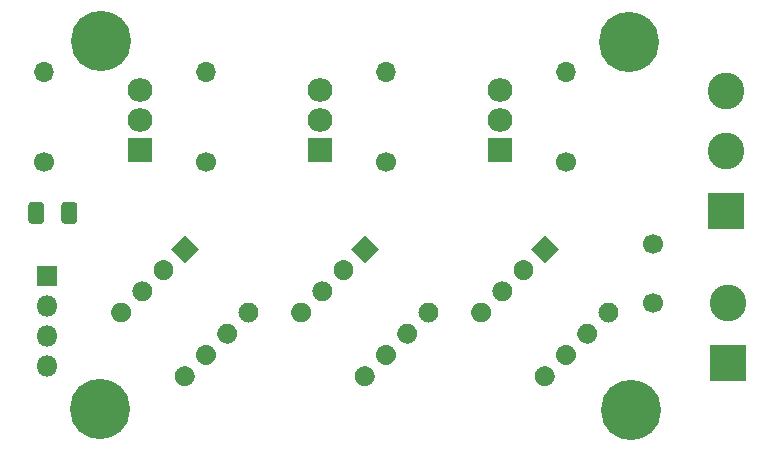
<source format=gbr>
%TF.GenerationSoftware,KiCad,Pcbnew,5.1.6-c6e7f7d~87~ubuntu18.04.1*%
%TF.CreationDate,2021-06-08T22:03:35+01:00*%
%TF.ProjectId,hp_led_driver,68705f6c-6564-45f6-9472-697665722e6b,rev?*%
%TF.SameCoordinates,Original*%
%TF.FileFunction,Soldermask,Top*%
%TF.FilePolarity,Negative*%
%FSLAX46Y46*%
G04 Gerber Fmt 4.6, Leading zero omitted, Abs format (unit mm)*
G04 Created by KiCad (PCBNEW 5.1.6-c6e7f7d~87~ubuntu18.04.1) date 2021-06-08 22:03:35*
%MOMM*%
%LPD*%
G01*
G04 APERTURE LIST*
%ADD10C,1.700000*%
%ADD11C,0.100000*%
%ADD12O,1.700000X1.700000*%
%ADD13R,3.100000X3.100000*%
%ADD14C,3.100000*%
%ADD15R,1.800000X1.800000*%
%ADD16O,1.800000X1.800000*%
%ADD17R,2.100000X2.005000*%
%ADD18O,2.100000X2.005000*%
%ADD19C,5.100000*%
G04 APERTURE END LIST*
D10*
%TO.C,C1*%
X199390000Y-96774000D03*
X199390000Y-91774000D03*
%TD*%
%TO.C,U2*%
G36*
G01*
X179793113Y-96989113D02*
X179793113Y-96989113D01*
G75*
G02*
X180995195Y-96989113I601041J-601041D01*
G01*
X180995195Y-96989113D01*
G75*
G02*
X180995195Y-98191195I-601041J-601041D01*
G01*
X180995195Y-98191195D01*
G75*
G02*
X179793113Y-98191195I-601041J601041D01*
G01*
X179793113Y-98191195D01*
G75*
G02*
X179793113Y-96989113I601041J601041D01*
G01*
G37*
G36*
G01*
X169016805Y-96989113D02*
X169016805Y-96989113D01*
G75*
G02*
X170218887Y-96989113I601041J-601041D01*
G01*
X170218887Y-96989113D01*
G75*
G02*
X170218887Y-98191195I-601041J-601041D01*
G01*
X170218887Y-98191195D01*
G75*
G02*
X169016805Y-98191195I-601041J601041D01*
G01*
X169016805Y-98191195D01*
G75*
G02*
X169016805Y-96989113I601041J601041D01*
G01*
G37*
G36*
G01*
X177997061Y-98785164D02*
X177997061Y-98785164D01*
G75*
G02*
X179199143Y-98785164I601041J-601041D01*
G01*
X179199143Y-98785164D01*
G75*
G02*
X179199143Y-99987246I-601041J-601041D01*
G01*
X179199143Y-99987246D01*
G75*
G02*
X177997061Y-99987246I-601041J601041D01*
G01*
X177997061Y-99987246D01*
G75*
G02*
X177997061Y-98785164I601041J601041D01*
G01*
G37*
G36*
G01*
X170812857Y-95193061D02*
X170812857Y-95193061D01*
G75*
G02*
X172014939Y-95193061I601041J-601041D01*
G01*
X172014939Y-95193061D01*
G75*
G02*
X172014939Y-96395143I-601041J-601041D01*
G01*
X172014939Y-96395143D01*
G75*
G02*
X170812857Y-96395143I-601041J601041D01*
G01*
X170812857Y-96395143D01*
G75*
G02*
X170812857Y-95193061I601041J601041D01*
G01*
G37*
G36*
G01*
X176201010Y-100581215D02*
X176201010Y-100581215D01*
G75*
G02*
X177403092Y-100581215I601041J-601041D01*
G01*
X177403092Y-100581215D01*
G75*
G02*
X177403092Y-101783297I-601041J-601041D01*
G01*
X177403092Y-101783297D01*
G75*
G02*
X176201010Y-101783297I-601041J601041D01*
G01*
X176201010Y-101783297D01*
G75*
G02*
X176201010Y-100581215I601041J601041D01*
G01*
G37*
G36*
G01*
X172608908Y-93397010D02*
X172608908Y-93397010D01*
G75*
G02*
X173810990Y-93397010I601041J-601041D01*
G01*
X173810990Y-93397010D01*
G75*
G02*
X173810990Y-94599092I-601041J-601041D01*
G01*
X173810990Y-94599092D01*
G75*
G02*
X172608908Y-94599092I-601041J601041D01*
G01*
X172608908Y-94599092D01*
G75*
G02*
X172608908Y-93397010I601041J601041D01*
G01*
G37*
G36*
G01*
X174404959Y-102377266D02*
X174404959Y-102377266D01*
G75*
G02*
X175607041Y-102377266I601041J-601041D01*
G01*
X175607041Y-102377266D01*
G75*
G02*
X175607041Y-103579348I-601041J-601041D01*
G01*
X175607041Y-103579348D01*
G75*
G02*
X174404959Y-103579348I-601041J601041D01*
G01*
X174404959Y-103579348D01*
G75*
G02*
X174404959Y-102377266I601041J601041D01*
G01*
G37*
D11*
G36*
X173803918Y-92202000D02*
G01*
X175006000Y-90999918D01*
X176208082Y-92202000D01*
X175006000Y-93404082D01*
X173803918Y-92202000D01*
G37*
%TD*%
D12*
%TO.C,R3*%
X161544000Y-77216000D03*
D10*
X161544000Y-84836000D03*
%TD*%
D12*
%TO.C,R2*%
X176784000Y-77216000D03*
D10*
X176784000Y-84836000D03*
%TD*%
D12*
%TO.C,R1*%
X192024000Y-77216000D03*
D10*
X192024000Y-84836000D03*
%TD*%
D13*
%TO.C,J1*%
X205613000Y-88963500D03*
D14*
X205613000Y-83883500D03*
X205613000Y-78803500D03*
%TD*%
D15*
%TO.C,J2*%
X148082000Y-94488000D03*
D16*
X148082000Y-97028000D03*
X148082000Y-99568000D03*
X148082000Y-102108000D03*
%TD*%
D13*
%TO.C,J3*%
X205740000Y-101854000D03*
D14*
X205740000Y-96774000D03*
%TD*%
D17*
%TO.C,Q1*%
X186436000Y-83820000D03*
D18*
X186436000Y-81280000D03*
X186436000Y-78740000D03*
%TD*%
%TO.C,Q2*%
X171196000Y-78740000D03*
X171196000Y-81280000D03*
D17*
X171196000Y-83820000D03*
%TD*%
%TO.C,Q3*%
X155956000Y-83820000D03*
D18*
X155956000Y-81280000D03*
X155956000Y-78740000D03*
%TD*%
D11*
%TO.C,U1*%
G36*
X189043918Y-92202000D02*
G01*
X190246000Y-90999918D01*
X191448082Y-92202000D01*
X190246000Y-93404082D01*
X189043918Y-92202000D01*
G37*
G36*
G01*
X189644959Y-102377266D02*
X189644959Y-102377266D01*
G75*
G02*
X190847041Y-102377266I601041J-601041D01*
G01*
X190847041Y-102377266D01*
G75*
G02*
X190847041Y-103579348I-601041J-601041D01*
G01*
X190847041Y-103579348D01*
G75*
G02*
X189644959Y-103579348I-601041J601041D01*
G01*
X189644959Y-103579348D01*
G75*
G02*
X189644959Y-102377266I601041J601041D01*
G01*
G37*
G36*
G01*
X187848908Y-93397010D02*
X187848908Y-93397010D01*
G75*
G02*
X189050990Y-93397010I601041J-601041D01*
G01*
X189050990Y-93397010D01*
G75*
G02*
X189050990Y-94599092I-601041J-601041D01*
G01*
X189050990Y-94599092D01*
G75*
G02*
X187848908Y-94599092I-601041J601041D01*
G01*
X187848908Y-94599092D01*
G75*
G02*
X187848908Y-93397010I601041J601041D01*
G01*
G37*
G36*
G01*
X191441010Y-100581215D02*
X191441010Y-100581215D01*
G75*
G02*
X192643092Y-100581215I601041J-601041D01*
G01*
X192643092Y-100581215D01*
G75*
G02*
X192643092Y-101783297I-601041J-601041D01*
G01*
X192643092Y-101783297D01*
G75*
G02*
X191441010Y-101783297I-601041J601041D01*
G01*
X191441010Y-101783297D01*
G75*
G02*
X191441010Y-100581215I601041J601041D01*
G01*
G37*
G36*
G01*
X186052857Y-95193061D02*
X186052857Y-95193061D01*
G75*
G02*
X187254939Y-95193061I601041J-601041D01*
G01*
X187254939Y-95193061D01*
G75*
G02*
X187254939Y-96395143I-601041J-601041D01*
G01*
X187254939Y-96395143D01*
G75*
G02*
X186052857Y-96395143I-601041J601041D01*
G01*
X186052857Y-96395143D01*
G75*
G02*
X186052857Y-95193061I601041J601041D01*
G01*
G37*
G36*
G01*
X193237061Y-98785164D02*
X193237061Y-98785164D01*
G75*
G02*
X194439143Y-98785164I601041J-601041D01*
G01*
X194439143Y-98785164D01*
G75*
G02*
X194439143Y-99987246I-601041J-601041D01*
G01*
X194439143Y-99987246D01*
G75*
G02*
X193237061Y-99987246I-601041J601041D01*
G01*
X193237061Y-99987246D01*
G75*
G02*
X193237061Y-98785164I601041J601041D01*
G01*
G37*
G36*
G01*
X184256805Y-96989113D02*
X184256805Y-96989113D01*
G75*
G02*
X185458887Y-96989113I601041J-601041D01*
G01*
X185458887Y-96989113D01*
G75*
G02*
X185458887Y-98191195I-601041J-601041D01*
G01*
X185458887Y-98191195D01*
G75*
G02*
X184256805Y-98191195I-601041J601041D01*
G01*
X184256805Y-98191195D01*
G75*
G02*
X184256805Y-96989113I601041J601041D01*
G01*
G37*
G36*
G01*
X195033113Y-96989113D02*
X195033113Y-96989113D01*
G75*
G02*
X196235195Y-96989113I601041J-601041D01*
G01*
X196235195Y-96989113D01*
G75*
G02*
X196235195Y-98191195I-601041J-601041D01*
G01*
X196235195Y-98191195D01*
G75*
G02*
X195033113Y-98191195I-601041J601041D01*
G01*
X195033113Y-98191195D01*
G75*
G02*
X195033113Y-96989113I601041J601041D01*
G01*
G37*
%TD*%
%TO.C,U3*%
G36*
X158563918Y-92202000D02*
G01*
X159766000Y-90999918D01*
X160968082Y-92202000D01*
X159766000Y-93404082D01*
X158563918Y-92202000D01*
G37*
G36*
G01*
X159164959Y-102377266D02*
X159164959Y-102377266D01*
G75*
G02*
X160367041Y-102377266I601041J-601041D01*
G01*
X160367041Y-102377266D01*
G75*
G02*
X160367041Y-103579348I-601041J-601041D01*
G01*
X160367041Y-103579348D01*
G75*
G02*
X159164959Y-103579348I-601041J601041D01*
G01*
X159164959Y-103579348D01*
G75*
G02*
X159164959Y-102377266I601041J601041D01*
G01*
G37*
G36*
G01*
X157368908Y-93397010D02*
X157368908Y-93397010D01*
G75*
G02*
X158570990Y-93397010I601041J-601041D01*
G01*
X158570990Y-93397010D01*
G75*
G02*
X158570990Y-94599092I-601041J-601041D01*
G01*
X158570990Y-94599092D01*
G75*
G02*
X157368908Y-94599092I-601041J601041D01*
G01*
X157368908Y-94599092D01*
G75*
G02*
X157368908Y-93397010I601041J601041D01*
G01*
G37*
G36*
G01*
X160961010Y-100581215D02*
X160961010Y-100581215D01*
G75*
G02*
X162163092Y-100581215I601041J-601041D01*
G01*
X162163092Y-100581215D01*
G75*
G02*
X162163092Y-101783297I-601041J-601041D01*
G01*
X162163092Y-101783297D01*
G75*
G02*
X160961010Y-101783297I-601041J601041D01*
G01*
X160961010Y-101783297D01*
G75*
G02*
X160961010Y-100581215I601041J601041D01*
G01*
G37*
G36*
G01*
X155572857Y-95193061D02*
X155572857Y-95193061D01*
G75*
G02*
X156774939Y-95193061I601041J-601041D01*
G01*
X156774939Y-95193061D01*
G75*
G02*
X156774939Y-96395143I-601041J-601041D01*
G01*
X156774939Y-96395143D01*
G75*
G02*
X155572857Y-96395143I-601041J601041D01*
G01*
X155572857Y-96395143D01*
G75*
G02*
X155572857Y-95193061I601041J601041D01*
G01*
G37*
G36*
G01*
X162757061Y-98785164D02*
X162757061Y-98785164D01*
G75*
G02*
X163959143Y-98785164I601041J-601041D01*
G01*
X163959143Y-98785164D01*
G75*
G02*
X163959143Y-99987246I-601041J-601041D01*
G01*
X163959143Y-99987246D01*
G75*
G02*
X162757061Y-99987246I-601041J601041D01*
G01*
X162757061Y-99987246D01*
G75*
G02*
X162757061Y-98785164I601041J601041D01*
G01*
G37*
G36*
G01*
X153776805Y-96989113D02*
X153776805Y-96989113D01*
G75*
G02*
X154978887Y-96989113I601041J-601041D01*
G01*
X154978887Y-96989113D01*
G75*
G02*
X154978887Y-98191195I-601041J-601041D01*
G01*
X154978887Y-98191195D01*
G75*
G02*
X153776805Y-98191195I-601041J601041D01*
G01*
X153776805Y-98191195D01*
G75*
G02*
X153776805Y-96989113I601041J601041D01*
G01*
G37*
G36*
G01*
X164553113Y-96989113D02*
X164553113Y-96989113D01*
G75*
G02*
X165755195Y-96989113I601041J-601041D01*
G01*
X165755195Y-96989113D01*
G75*
G02*
X165755195Y-98191195I-601041J-601041D01*
G01*
X165755195Y-98191195D01*
G75*
G02*
X164553113Y-98191195I-601041J601041D01*
G01*
X164553113Y-98191195D01*
G75*
G02*
X164553113Y-96989113I601041J601041D01*
G01*
G37*
%TD*%
D10*
%TO.C,R4*%
X147828000Y-84836000D03*
D12*
X147828000Y-77216000D03*
%TD*%
%TO.C,D1*%
G36*
G01*
X146515000Y-89809000D02*
X146515000Y-88499000D01*
G75*
G02*
X146785000Y-88229000I270000J0D01*
G01*
X147595000Y-88229000D01*
G75*
G02*
X147865000Y-88499000I0J-270000D01*
G01*
X147865000Y-89809000D01*
G75*
G02*
X147595000Y-90079000I-270000J0D01*
G01*
X146785000Y-90079000D01*
G75*
G02*
X146515000Y-89809000I0J270000D01*
G01*
G37*
G36*
G01*
X149315000Y-89809000D02*
X149315000Y-88499000D01*
G75*
G02*
X149585000Y-88229000I270000J0D01*
G01*
X150395000Y-88229000D01*
G75*
G02*
X150665000Y-88499000I0J-270000D01*
G01*
X150665000Y-89809000D01*
G75*
G02*
X150395000Y-90079000I-270000J0D01*
G01*
X149585000Y-90079000D01*
G75*
G02*
X149315000Y-89809000I0J270000D01*
G01*
G37*
%TD*%
D19*
%TO.C,H1*%
X152590500Y-105791000D03*
%TD*%
%TO.C,H2*%
X197358000Y-74676000D03*
%TD*%
%TO.C,H3*%
X152654000Y-74612500D03*
%TD*%
%TO.C,H4*%
X197548500Y-105854500D03*
%TD*%
M02*

</source>
